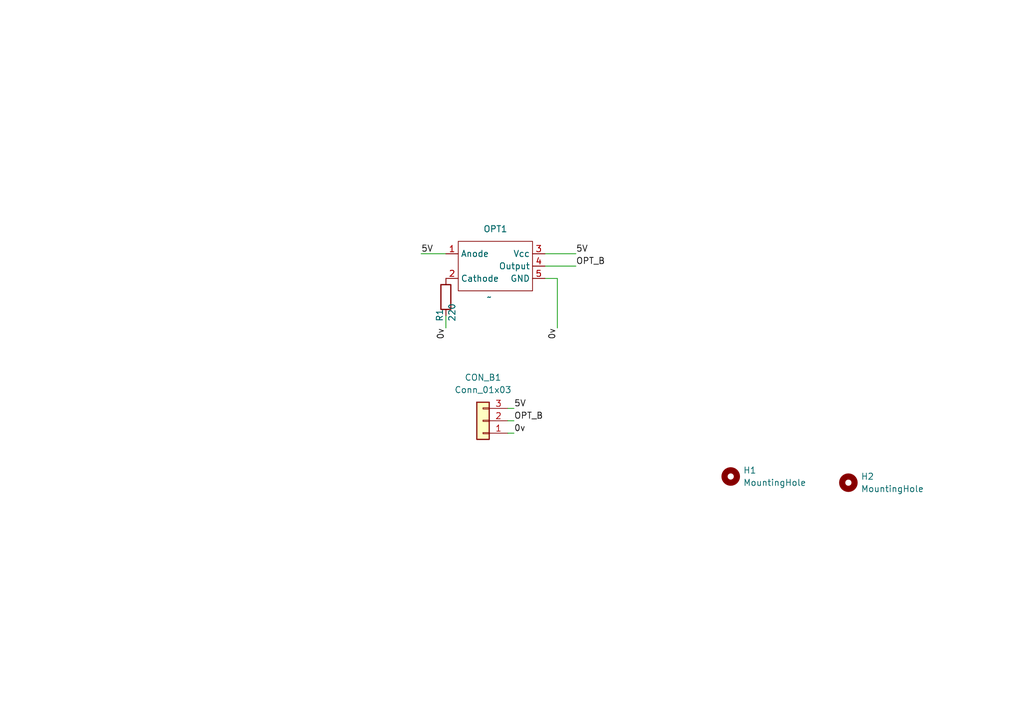
<source format=kicad_sch>
(kicad_sch (version 20230121) (generator eeschema)
  (paper "A5")
  (title_block (title "Hand B (opt sens) PCB") (rev "Mk1.1"))
  (lib_symbols
    (symbol "Connector_Generic:Conn_01x03" (pin_names (offset 1.016) hide)
      (property "Reference" "J" (at 0 5.08 0))
      (property "Value" "Conn_01x03" (at 0 -5.08 0))
      (symbol "Conn_01x03_1_1"
        (rectangle (start -1.27 -2.413) (end 0 -2.667) (stroke (width 0.1524)))
        (rectangle (start -1.27 0.127) (end 0 -0.127) (stroke (width 0.1524)))
        (rectangle (start -1.27 2.667) (end 0 2.413) (stroke (width 0.1524)))
        (rectangle (start -1.27 3.81) (end 1.27 -3.81) (stroke (width 0.254)) (fill (type background)))
        (pin passive line (at -5.08 2.54 0) (length 3.81) (name "Pin_1") (number "1"))
        (pin passive line (at -5.08 0 0) (length 3.81) (name "Pin_2") (number "2"))
        (pin passive line (at -5.08 -2.54 0) (length 3.81) (name "Pin_3") (number "3"))
      )
    )
    (symbol "Device:R" (pin_numbers hide) (pin_names (offset 0))
      (property "Reference" "R" (at 2.032 0 90))
      (property "Value" "R" (at 0 0 90))
      (symbol "R_0_1"
        (rectangle (start -1.016 -2.54) (end 1.016 2.54) (stroke (width 0.254)))
      )
      (symbol "R_1_1"
        (pin passive line (at 0 3.81 270) (length 1.27) (name "~") (number "1"))
        (pin passive line (at 0 -3.81 90) (length 1.27) (name "~") (number "2"))
      )
    )
    (symbol "Mechanical:MountingHole" (pin_names (offset 1.016))
      (property "Reference" "H" (at 0 5.08 0))
      (property "Value" "MountingHole" (at 0 3.175 0))
      (symbol "MountingHole_0_1"
        (circle (center 0 0) (radius 1.27) (stroke (width 1.27)))
      )
    )
    (symbol "OPB971N51:OPB971N51"
      (property "Reference" "U" (at 0 3.81 0))
      (symbol "OPB971N51_0_1"
        (rectangle (start -7.62 5.08) (end 7.62 -5.08))
      )
      (symbol "OPB971N51_1_1"
        (pin input line (at -10.16 2.54 0) (length 2.54) (name "Anode") (number "1"))
        (pin input line (at -10.16 -2.54 0) (length 2.54) (name "Cathode") (number "2"))
        (pin input line (at 10.16 2.54 180) (length 2.54) (name "Vcc") (number "3"))
        (pin output line (at 10.16 0 180) (length 2.54) (name "Output") (number "4"))
        (pin output line (at 10.16 -2.54 180) (length 2.54) (name "GND") (number "5"))
      )
    )
  )
  (wire (pts (xy 114.3 57.15) (xy 114.3 67.31)))
  (wire (pts (xy 104.14 83.82) (xy 105.41 83.82)))
  (wire (pts (xy 86.36 52.07) (xy 91.44 52.07)))
  (wire (pts (xy 91.44 67.31) (xy 91.44 64.77)))
  (wire (pts (xy 111.76 52.07) (xy 118.11 52.07)))
  (wire (pts (xy 111.76 57.15) (xy 114.3 57.15)))
  (wire (pts (xy 104.14 88.9) (xy 105.41 88.9)))
  (wire (pts (xy 104.14 86.36) (xy 105.41 86.36)))
  (wire (pts (xy 111.76 54.61) (xy 118.11 54.61)))
  (label "0v" (at 105.41 88.9 0))
  (label "OPT_B" (at 105.41 86.36 0))
  (label "0v" (at 91.44 67.31 270))
  (label "5V" (at 86.36 52.07 0))
  (label "5V" (at 105.41 83.82 0))
  (label "5V" (at 118.11 52.07 0))
  (label "0v" (at 114.3 67.31 270))
  (label "OPT_B" (at 118.11 54.61 0))
  (symbol (lib_id "Device:R") (at 91.44 60.96 0) (unit 1)
    (property "Reference" "R1" (at 90.17 66.04 90) (effects (justify left)))
    (property "Value" "220" (at 92.71 66.04 90) (effects (justify left)))
    (property "Footprint" "Resistor_SMD:R_0603_1608Metric" (effects hide))
  )
  (symbol (lib_id "OPB971N51:OPB971N51") (at 101.6 54.61 0) (unit 1)
    (property "Reference" "OPT1" (at 101.6 46.99 0))
    (property "Value" "~" (at 100.33 60.96 0))
    (property "Footprint" "OPB971N51:OPB971N51" (effects hide))
  )
  (symbol (lib_id "Mechanical:MountingHole") (at 149.86 97.79 0) (unit 1)
    (property "Reference" "H1" (at 152.4 96.52 0) (effects (justify left)))
    (property "Value" "MountingHole" (at 152.4 99.06 0) (effects (justify left)))
    (property "Footprint" "MountingHole:MountingHole_2.7mm_M2.5" (effects hide))
  )
  (symbol (lib_id "Mechanical:MountingHole") (at 173.99 99.06 0) (unit 1)
    (property "Reference" "H2" (at 176.53 97.79 0) (effects (justify left)))
    (property "Value" "MountingHole" (at 176.53 100.33 0) (effects (justify left)))
    (property "Footprint" "MountingHole:MountingHole_2.7mm_M2.5" (effects hide))
  )
  (symbol (lib_id "Connector_Generic:Conn_01x03") (at 99.06 86.36 180) (unit 1)
    (property "Reference" "CON_B1" (at 99.06 77.47 0))
    (property "Value" "Conn_01x03" (at 99.06 80.01 0))
    (property "Footprint" "Connector_PinHeader_2.54mm:PinHeader_1x03_P2.54mm_Vertical" (effects hide))
  )
)
</source>
